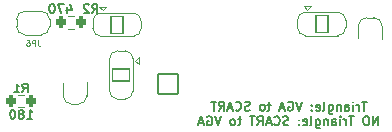
<source format=gbr>
G04 #@! TF.GenerationSoftware,KiCad,Pcbnew,(6.0.6-0)*
G04 #@! TF.CreationDate,2023-02-17T17:31:31-05:00*
G04 #@! TF.ProjectId,VGA2SCART,56474132-5343-4415-9254-2e6b69636164,1*
G04 #@! TF.SameCoordinates,Original*
G04 #@! TF.FileFunction,Legend,Bot*
G04 #@! TF.FilePolarity,Positive*
%FSLAX46Y46*%
G04 Gerber Fmt 4.6, Leading zero omitted, Abs format (unit mm)*
G04 Created by KiCad (PCBNEW (6.0.6-0)) date 2023-02-17 17:31:31*
%MOMM*%
%LPD*%
G01*
G04 APERTURE LIST*
G04 Aperture macros list*
%AMRoundRect*
0 Rectangle with rounded corners*
0 $1 Rounding radius*
0 $2 $3 $4 $5 $6 $7 $8 $9 X,Y pos of 4 corners*
0 Add a 4 corners polygon primitive as box body*
4,1,4,$2,$3,$4,$5,$6,$7,$8,$9,$2,$3,0*
0 Add four circle primitives for the rounded corners*
1,1,$1+$1,$2,$3*
1,1,$1+$1,$4,$5*
1,1,$1+$1,$6,$7*
1,1,$1+$1,$8,$9*
0 Add four rect primitives between the rounded corners*
20,1,$1+$1,$2,$3,$4,$5,0*
20,1,$1+$1,$4,$5,$6,$7,0*
20,1,$1+$1,$6,$7,$8,$9,0*
20,1,$1+$1,$8,$9,$2,$3,0*%
%AMFreePoly0*
4,1,37,0.535921,0.785921,0.550800,0.750000,0.550800,-0.750000,0.535921,-0.785921,0.500000,-0.800800,0.000000,-0.800800,-0.012526,-0.795612,-0.080872,-0.794359,-0.095090,-0.792057,-0.230405,-0.749782,-0.243405,-0.743581,-0.361415,-0.665026,-0.372153,-0.655426,-0.463373,-0.546907,-0.470984,-0.534678,-0.528079,-0.404919,-0.531952,-0.391047,-0.549535,-0.256587,-0.548147,-0.256405,-0.550800,-0.250000,
-0.550800,0.250000,-0.550314,0.251174,-0.550158,0.263925,-0.528347,0.404002,-0.524136,0.417775,-0.463888,0.546100,-0.455980,0.558139,-0.362136,0.664397,-0.351168,0.673732,-0.231273,0.749380,-0.218125,0.755261,-0.081818,0.794218,-0.067547,0.796173,-0.011991,0.795833,0.000000,0.800800,0.500000,0.800800,0.535921,0.785921,0.535921,0.785921,$1*%
%AMFreePoly1*
4,1,37,0.012350,0.795685,0.074215,0.795307,0.088460,0.793178,0.224281,0.752559,0.237356,0.746518,0.356318,0.669411,0.367173,0.659942,0.459711,0.552545,0.467470,0.540411,0.526147,0.411359,0.530190,0.397535,0.550287,0.257202,0.550800,0.250000,0.550800,-0.250000,0.550796,-0.250620,0.550647,-0.262836,0.549947,-0.270644,0.526427,-0.410445,0.522048,-0.424167,0.460236,-0.551746,
0.452182,-0.563686,0.357047,-0.668790,0.345965,-0.677991,0.225155,-0.752168,0.211936,-0.757888,0.075163,-0.795177,0.060870,-0.796957,0.011464,-0.796051,0.000000,-0.800800,-0.500000,-0.800800,-0.535921,-0.785921,-0.550800,-0.750000,-0.550800,0.750000,-0.535921,0.785921,-0.500000,0.800800,0.000000,0.800800,0.012350,0.795685,0.012350,0.795685,$1*%
%AMFreePoly2*
4,1,37,0.585921,0.785921,0.600800,0.750000,0.600800,-0.750000,0.585921,-0.785921,0.550000,-0.800800,0.000000,-0.800800,-0.012526,-0.795612,-0.080872,-0.794359,-0.095090,-0.792057,-0.230405,-0.749782,-0.243405,-0.743581,-0.361415,-0.665026,-0.372153,-0.655426,-0.463373,-0.546907,-0.470984,-0.534678,-0.528079,-0.404919,-0.531952,-0.391047,-0.549535,-0.256587,-0.548147,-0.256405,-0.550800,-0.250000,
-0.550800,0.250000,-0.550314,0.251174,-0.550158,0.263925,-0.528347,0.404002,-0.524136,0.417775,-0.463888,0.546100,-0.455980,0.558139,-0.362136,0.664397,-0.351168,0.673732,-0.231273,0.749380,-0.218125,0.755261,-0.081818,0.794218,-0.067547,0.796173,-0.011991,0.795833,0.000000,0.800800,0.550000,0.800800,0.585921,0.785921,0.585921,0.785921,$1*%
%AMFreePoly3*
4,1,37,0.012350,0.795685,0.074215,0.795307,0.088460,0.793178,0.224281,0.752559,0.237356,0.746518,0.356318,0.669411,0.367173,0.659942,0.459711,0.552545,0.467470,0.540411,0.526147,0.411359,0.530190,0.397535,0.550287,0.257202,0.550800,0.250000,0.550800,-0.250000,0.550796,-0.250620,0.550647,-0.262836,0.549947,-0.270644,0.526427,-0.410445,0.522048,-0.424167,0.460236,-0.551746,
0.452182,-0.563686,0.357047,-0.668790,0.345965,-0.677991,0.225155,-0.752168,0.211936,-0.757888,0.075163,-0.795177,0.060870,-0.796957,0.011464,-0.796051,0.000000,-0.800800,-0.550000,-0.800800,-0.585921,-0.785921,-0.600800,-0.750000,-0.600800,0.750000,-0.585921,0.785921,-0.550000,0.800800,0.000000,0.800800,0.012350,0.795685,0.012350,0.795685,$1*%
G04 Aperture macros list end*
%ADD10C,0.127000*%
%ADD11C,0.100000*%
%ADD12C,0.150000*%
%ADD13C,0.120000*%
%ADD14FreePoly0,0.000000*%
%ADD15FreePoly1,0.000000*%
%ADD16RoundRect,0.050800X-0.850000X-0.850000X0.850000X-0.850000X0.850000X0.850000X-0.850000X0.850000X0*%
%ADD17C,1.801600*%
%ADD18C,4.167600*%
%ADD19RoundRect,0.050800X-1.000000X-1.500000X1.000000X-1.500000X1.000000X1.500000X-1.000000X1.500000X0*%
%ADD20RoundRect,0.250800X-0.200000X-0.275000X0.200000X-0.275000X0.200000X0.275000X-0.200000X0.275000X0*%
%ADD21FreePoly2,0.000000*%
%ADD22RoundRect,0.050800X-0.500000X-0.750000X0.500000X-0.750000X0.500000X0.750000X-0.500000X0.750000X0*%
%ADD23FreePoly3,0.000000*%
%ADD24FreePoly2,270.000000*%
%ADD25RoundRect,0.050800X-0.750000X0.500000X-0.750000X-0.500000X0.750000X-0.500000X0.750000X0.500000X0*%
%ADD26FreePoly3,270.000000*%
%ADD27RoundRect,0.250800X0.200000X0.275000X-0.200000X0.275000X-0.200000X-0.275000X0.200000X-0.275000X0*%
%ADD28FreePoly0,270.000000*%
%ADD29FreePoly1,270.000000*%
%ADD30FreePoly0,90.000000*%
%ADD31FreePoly1,90.000000*%
G04 APERTURE END LIST*
D10*
X129638000Y-100254714D02*
X130073428Y-100254714D01*
X129855714Y-100254714D02*
X129855714Y-99492714D01*
X129928285Y-99601571D01*
X130000857Y-99674142D01*
X130073428Y-99710428D01*
X129202571Y-99819285D02*
X129275142Y-99783000D01*
X129311428Y-99746714D01*
X129347714Y-99674142D01*
X129347714Y-99637857D01*
X129311428Y-99565285D01*
X129275142Y-99529000D01*
X129202571Y-99492714D01*
X129057428Y-99492714D01*
X128984857Y-99529000D01*
X128948571Y-99565285D01*
X128912285Y-99637857D01*
X128912285Y-99674142D01*
X128948571Y-99746714D01*
X128984857Y-99783000D01*
X129057428Y-99819285D01*
X129202571Y-99819285D01*
X129275142Y-99855571D01*
X129311428Y-99891857D01*
X129347714Y-99964428D01*
X129347714Y-100109571D01*
X129311428Y-100182142D01*
X129275142Y-100218428D01*
X129202571Y-100254714D01*
X129057428Y-100254714D01*
X128984857Y-100218428D01*
X128948571Y-100182142D01*
X128912285Y-100109571D01*
X128912285Y-99964428D01*
X128948571Y-99891857D01*
X128984857Y-99855571D01*
X129057428Y-99819285D01*
X128440571Y-99492714D02*
X128368000Y-99492714D01*
X128295428Y-99529000D01*
X128259142Y-99565285D01*
X128222857Y-99637857D01*
X128186571Y-99783000D01*
X128186571Y-99964428D01*
X128222857Y-100109571D01*
X128259142Y-100182142D01*
X128295428Y-100218428D01*
X128368000Y-100254714D01*
X128440571Y-100254714D01*
X128513142Y-100218428D01*
X128549428Y-100182142D01*
X128585714Y-100109571D01*
X128622000Y-99964428D01*
X128622000Y-99783000D01*
X128585714Y-99637857D01*
X128549428Y-99565285D01*
X128513142Y-99529000D01*
X128440571Y-99492714D01*
X133040571Y-90776714D02*
X133040571Y-91284714D01*
X133222000Y-90486428D02*
X133403428Y-91030714D01*
X132931714Y-91030714D01*
X132714000Y-90522714D02*
X132206000Y-90522714D01*
X132532571Y-91284714D01*
X131770571Y-90522714D02*
X131698000Y-90522714D01*
X131625428Y-90559000D01*
X131589142Y-90595285D01*
X131552857Y-90667857D01*
X131516571Y-90813000D01*
X131516571Y-90994428D01*
X131552857Y-91139571D01*
X131589142Y-91212142D01*
X131625428Y-91248428D01*
X131698000Y-91284714D01*
X131770571Y-91284714D01*
X131843142Y-91248428D01*
X131879428Y-91212142D01*
X131915714Y-91139571D01*
X131952000Y-90994428D01*
X131952000Y-90813000D01*
X131915714Y-90667857D01*
X131879428Y-90595285D01*
X131843142Y-90559000D01*
X131770571Y-90522714D01*
X158375857Y-98789304D02*
X157940428Y-98789304D01*
X158158142Y-99551304D02*
X158158142Y-98789304D01*
X157686428Y-99551304D02*
X157686428Y-99043304D01*
X157686428Y-99188447D02*
X157650142Y-99115875D01*
X157613857Y-99079590D01*
X157541285Y-99043304D01*
X157468714Y-99043304D01*
X157214714Y-99551304D02*
X157214714Y-99043304D01*
X157214714Y-98789304D02*
X157251000Y-98825590D01*
X157214714Y-98861875D01*
X157178428Y-98825590D01*
X157214714Y-98789304D01*
X157214714Y-98861875D01*
X156525285Y-99551304D02*
X156525285Y-99152161D01*
X156561571Y-99079590D01*
X156634142Y-99043304D01*
X156779285Y-99043304D01*
X156851857Y-99079590D01*
X156525285Y-99515018D02*
X156597857Y-99551304D01*
X156779285Y-99551304D01*
X156851857Y-99515018D01*
X156888142Y-99442447D01*
X156888142Y-99369875D01*
X156851857Y-99297304D01*
X156779285Y-99261018D01*
X156597857Y-99261018D01*
X156525285Y-99224732D01*
X156162428Y-99043304D02*
X156162428Y-99551304D01*
X156162428Y-99115875D02*
X156126142Y-99079590D01*
X156053571Y-99043304D01*
X155944714Y-99043304D01*
X155872142Y-99079590D01*
X155835857Y-99152161D01*
X155835857Y-99551304D01*
X155146428Y-99043304D02*
X155146428Y-99660161D01*
X155182714Y-99732732D01*
X155219000Y-99769018D01*
X155291571Y-99805304D01*
X155400428Y-99805304D01*
X155473000Y-99769018D01*
X155146428Y-99515018D02*
X155219000Y-99551304D01*
X155364142Y-99551304D01*
X155436714Y-99515018D01*
X155473000Y-99478732D01*
X155509285Y-99406161D01*
X155509285Y-99188447D01*
X155473000Y-99115875D01*
X155436714Y-99079590D01*
X155364142Y-99043304D01*
X155219000Y-99043304D01*
X155146428Y-99079590D01*
X154674714Y-99551304D02*
X154747285Y-99515018D01*
X154783571Y-99442447D01*
X154783571Y-98789304D01*
X154094142Y-99515018D02*
X154166714Y-99551304D01*
X154311857Y-99551304D01*
X154384428Y-99515018D01*
X154420714Y-99442447D01*
X154420714Y-99152161D01*
X154384428Y-99079590D01*
X154311857Y-99043304D01*
X154166714Y-99043304D01*
X154094142Y-99079590D01*
X154057857Y-99152161D01*
X154057857Y-99224732D01*
X154420714Y-99297304D01*
X153731285Y-99478732D02*
X153695000Y-99515018D01*
X153731285Y-99551304D01*
X153767571Y-99515018D01*
X153731285Y-99478732D01*
X153731285Y-99551304D01*
X153731285Y-99079590D02*
X153695000Y-99115875D01*
X153731285Y-99152161D01*
X153767571Y-99115875D01*
X153731285Y-99079590D01*
X153731285Y-99152161D01*
X152896714Y-98789304D02*
X152642714Y-99551304D01*
X152388714Y-98789304D01*
X151735571Y-98825590D02*
X151808142Y-98789304D01*
X151917000Y-98789304D01*
X152025857Y-98825590D01*
X152098428Y-98898161D01*
X152134714Y-98970732D01*
X152171000Y-99115875D01*
X152171000Y-99224732D01*
X152134714Y-99369875D01*
X152098428Y-99442447D01*
X152025857Y-99515018D01*
X151917000Y-99551304D01*
X151844428Y-99551304D01*
X151735571Y-99515018D01*
X151699285Y-99478732D01*
X151699285Y-99224732D01*
X151844428Y-99224732D01*
X151409000Y-99333590D02*
X151046142Y-99333590D01*
X151481571Y-99551304D02*
X151227571Y-98789304D01*
X150973571Y-99551304D01*
X150247857Y-99043304D02*
X149957571Y-99043304D01*
X150139000Y-98789304D02*
X150139000Y-99442447D01*
X150102714Y-99515018D01*
X150030142Y-99551304D01*
X149957571Y-99551304D01*
X149594714Y-99551304D02*
X149667285Y-99515018D01*
X149703571Y-99478732D01*
X149739857Y-99406161D01*
X149739857Y-99188447D01*
X149703571Y-99115875D01*
X149667285Y-99079590D01*
X149594714Y-99043304D01*
X149485857Y-99043304D01*
X149413285Y-99079590D01*
X149377000Y-99115875D01*
X149340714Y-99188447D01*
X149340714Y-99406161D01*
X149377000Y-99478732D01*
X149413285Y-99515018D01*
X149485857Y-99551304D01*
X149594714Y-99551304D01*
X148469857Y-99515018D02*
X148361000Y-99551304D01*
X148179571Y-99551304D01*
X148107000Y-99515018D01*
X148070714Y-99478732D01*
X148034428Y-99406161D01*
X148034428Y-99333590D01*
X148070714Y-99261018D01*
X148107000Y-99224732D01*
X148179571Y-99188447D01*
X148324714Y-99152161D01*
X148397285Y-99115875D01*
X148433571Y-99079590D01*
X148469857Y-99007018D01*
X148469857Y-98934447D01*
X148433571Y-98861875D01*
X148397285Y-98825590D01*
X148324714Y-98789304D01*
X148143285Y-98789304D01*
X148034428Y-98825590D01*
X147272428Y-99478732D02*
X147308714Y-99515018D01*
X147417571Y-99551304D01*
X147490142Y-99551304D01*
X147599000Y-99515018D01*
X147671571Y-99442447D01*
X147707857Y-99369875D01*
X147744142Y-99224732D01*
X147744142Y-99115875D01*
X147707857Y-98970732D01*
X147671571Y-98898161D01*
X147599000Y-98825590D01*
X147490142Y-98789304D01*
X147417571Y-98789304D01*
X147308714Y-98825590D01*
X147272428Y-98861875D01*
X146982142Y-99333590D02*
X146619285Y-99333590D01*
X147054714Y-99551304D02*
X146800714Y-98789304D01*
X146546714Y-99551304D01*
X145857285Y-99551304D02*
X146111285Y-99188447D01*
X146292714Y-99551304D02*
X146292714Y-98789304D01*
X146002428Y-98789304D01*
X145929857Y-98825590D01*
X145893571Y-98861875D01*
X145857285Y-98934447D01*
X145857285Y-99043304D01*
X145893571Y-99115875D01*
X145929857Y-99152161D01*
X146002428Y-99188447D01*
X146292714Y-99188447D01*
X145639571Y-98789304D02*
X145204142Y-98789304D01*
X145421857Y-99551304D02*
X145421857Y-98789304D01*
X159355571Y-100778124D02*
X159355571Y-100016124D01*
X158920142Y-100778124D01*
X158920142Y-100016124D01*
X158412142Y-100016124D02*
X158267000Y-100016124D01*
X158194428Y-100052410D01*
X158121857Y-100124981D01*
X158085571Y-100270124D01*
X158085571Y-100524124D01*
X158121857Y-100669267D01*
X158194428Y-100741838D01*
X158267000Y-100778124D01*
X158412142Y-100778124D01*
X158484714Y-100741838D01*
X158557285Y-100669267D01*
X158593571Y-100524124D01*
X158593571Y-100270124D01*
X158557285Y-100124981D01*
X158484714Y-100052410D01*
X158412142Y-100016124D01*
X157287285Y-100016124D02*
X156851857Y-100016124D01*
X157069571Y-100778124D02*
X157069571Y-100016124D01*
X156597857Y-100778124D02*
X156597857Y-100270124D01*
X156597857Y-100415267D02*
X156561571Y-100342695D01*
X156525285Y-100306410D01*
X156452714Y-100270124D01*
X156380142Y-100270124D01*
X156126142Y-100778124D02*
X156126142Y-100270124D01*
X156126142Y-100016124D02*
X156162428Y-100052410D01*
X156126142Y-100088695D01*
X156089857Y-100052410D01*
X156126142Y-100016124D01*
X156126142Y-100088695D01*
X155436714Y-100778124D02*
X155436714Y-100378981D01*
X155473000Y-100306410D01*
X155545571Y-100270124D01*
X155690714Y-100270124D01*
X155763285Y-100306410D01*
X155436714Y-100741838D02*
X155509285Y-100778124D01*
X155690714Y-100778124D01*
X155763285Y-100741838D01*
X155799571Y-100669267D01*
X155799571Y-100596695D01*
X155763285Y-100524124D01*
X155690714Y-100487838D01*
X155509285Y-100487838D01*
X155436714Y-100451552D01*
X155073857Y-100270124D02*
X155073857Y-100778124D01*
X155073857Y-100342695D02*
X155037571Y-100306410D01*
X154965000Y-100270124D01*
X154856142Y-100270124D01*
X154783571Y-100306410D01*
X154747285Y-100378981D01*
X154747285Y-100778124D01*
X154057857Y-100270124D02*
X154057857Y-100886981D01*
X154094142Y-100959552D01*
X154130428Y-100995838D01*
X154203000Y-101032124D01*
X154311857Y-101032124D01*
X154384428Y-100995838D01*
X154057857Y-100741838D02*
X154130428Y-100778124D01*
X154275571Y-100778124D01*
X154348142Y-100741838D01*
X154384428Y-100705552D01*
X154420714Y-100632981D01*
X154420714Y-100415267D01*
X154384428Y-100342695D01*
X154348142Y-100306410D01*
X154275571Y-100270124D01*
X154130428Y-100270124D01*
X154057857Y-100306410D01*
X153586142Y-100778124D02*
X153658714Y-100741838D01*
X153695000Y-100669267D01*
X153695000Y-100016124D01*
X153005571Y-100741838D02*
X153078142Y-100778124D01*
X153223285Y-100778124D01*
X153295857Y-100741838D01*
X153332142Y-100669267D01*
X153332142Y-100378981D01*
X153295857Y-100306410D01*
X153223285Y-100270124D01*
X153078142Y-100270124D01*
X153005571Y-100306410D01*
X152969285Y-100378981D01*
X152969285Y-100451552D01*
X153332142Y-100524124D01*
X152642714Y-100705552D02*
X152606428Y-100741838D01*
X152642714Y-100778124D01*
X152679000Y-100741838D01*
X152642714Y-100705552D01*
X152642714Y-100778124D01*
X152642714Y-100306410D02*
X152606428Y-100342695D01*
X152642714Y-100378981D01*
X152679000Y-100342695D01*
X152642714Y-100306410D01*
X152642714Y-100378981D01*
X151735571Y-100741838D02*
X151626714Y-100778124D01*
X151445285Y-100778124D01*
X151372714Y-100741838D01*
X151336428Y-100705552D01*
X151300142Y-100632981D01*
X151300142Y-100560410D01*
X151336428Y-100487838D01*
X151372714Y-100451552D01*
X151445285Y-100415267D01*
X151590428Y-100378981D01*
X151663000Y-100342695D01*
X151699285Y-100306410D01*
X151735571Y-100233838D01*
X151735571Y-100161267D01*
X151699285Y-100088695D01*
X151663000Y-100052410D01*
X151590428Y-100016124D01*
X151409000Y-100016124D01*
X151300142Y-100052410D01*
X150538142Y-100705552D02*
X150574428Y-100741838D01*
X150683285Y-100778124D01*
X150755857Y-100778124D01*
X150864714Y-100741838D01*
X150937285Y-100669267D01*
X150973571Y-100596695D01*
X151009857Y-100451552D01*
X151009857Y-100342695D01*
X150973571Y-100197552D01*
X150937285Y-100124981D01*
X150864714Y-100052410D01*
X150755857Y-100016124D01*
X150683285Y-100016124D01*
X150574428Y-100052410D01*
X150538142Y-100088695D01*
X150247857Y-100560410D02*
X149885000Y-100560410D01*
X150320428Y-100778124D02*
X150066428Y-100016124D01*
X149812428Y-100778124D01*
X149123000Y-100778124D02*
X149377000Y-100415267D01*
X149558428Y-100778124D02*
X149558428Y-100016124D01*
X149268142Y-100016124D01*
X149195571Y-100052410D01*
X149159285Y-100088695D01*
X149123000Y-100161267D01*
X149123000Y-100270124D01*
X149159285Y-100342695D01*
X149195571Y-100378981D01*
X149268142Y-100415267D01*
X149558428Y-100415267D01*
X148905285Y-100016124D02*
X148469857Y-100016124D01*
X148687571Y-100778124D02*
X148687571Y-100016124D01*
X147744142Y-100270124D02*
X147453857Y-100270124D01*
X147635285Y-100016124D02*
X147635285Y-100669267D01*
X147599000Y-100741838D01*
X147526428Y-100778124D01*
X147453857Y-100778124D01*
X147091000Y-100778124D02*
X147163571Y-100741838D01*
X147199857Y-100705552D01*
X147236142Y-100632981D01*
X147236142Y-100415267D01*
X147199857Y-100342695D01*
X147163571Y-100306410D01*
X147091000Y-100270124D01*
X146982142Y-100270124D01*
X146909571Y-100306410D01*
X146873285Y-100342695D01*
X146837000Y-100415267D01*
X146837000Y-100632981D01*
X146873285Y-100705552D01*
X146909571Y-100741838D01*
X146982142Y-100778124D01*
X147091000Y-100778124D01*
X146038714Y-100016124D02*
X145784714Y-100778124D01*
X145530714Y-100016124D01*
X144877571Y-100052410D02*
X144950142Y-100016124D01*
X145059000Y-100016124D01*
X145167857Y-100052410D01*
X145240428Y-100124981D01*
X145276714Y-100197552D01*
X145313000Y-100342695D01*
X145313000Y-100451552D01*
X145276714Y-100596695D01*
X145240428Y-100669267D01*
X145167857Y-100741838D01*
X145059000Y-100778124D01*
X144986428Y-100778124D01*
X144877571Y-100741838D01*
X144841285Y-100705552D01*
X144841285Y-100451552D01*
X144986428Y-100451552D01*
X144551000Y-100560410D02*
X144188142Y-100560410D01*
X144623571Y-100778124D02*
X144369571Y-100016124D01*
X144115571Y-100778124D01*
D11*
X130566666Y-93586190D02*
X130566666Y-93943333D01*
X130590476Y-94014761D01*
X130638095Y-94062380D01*
X130709523Y-94086190D01*
X130757142Y-94086190D01*
X130328571Y-94086190D02*
X130328571Y-93586190D01*
X130138095Y-93586190D01*
X130090476Y-93610000D01*
X130066666Y-93633809D01*
X130042857Y-93681428D01*
X130042857Y-93752857D01*
X130066666Y-93800476D01*
X130090476Y-93824285D01*
X130138095Y-93848095D01*
X130328571Y-93848095D01*
X129614285Y-93586190D02*
X129709523Y-93586190D01*
X129757142Y-93610000D01*
X129780952Y-93633809D01*
X129828571Y-93705238D01*
X129852380Y-93800476D01*
X129852380Y-93990952D01*
X129828571Y-94038571D01*
X129804761Y-94062380D01*
X129757142Y-94086190D01*
X129661904Y-94086190D01*
X129614285Y-94062380D01*
X129590476Y-94038571D01*
X129566666Y-93990952D01*
X129566666Y-93871904D01*
X129590476Y-93824285D01*
X129614285Y-93800476D01*
X129661904Y-93776666D01*
X129757142Y-93776666D01*
X129804761Y-93800476D01*
X129828571Y-93824285D01*
X129852380Y-93871904D01*
D12*
X129235000Y-98009285D02*
X129485000Y-97652142D01*
X129663571Y-98009285D02*
X129663571Y-97259285D01*
X129377857Y-97259285D01*
X129306428Y-97295000D01*
X129270714Y-97330714D01*
X129235000Y-97402142D01*
X129235000Y-97509285D01*
X129270714Y-97580714D01*
X129306428Y-97616428D01*
X129377857Y-97652142D01*
X129663571Y-97652142D01*
X128520714Y-98009285D02*
X128949285Y-98009285D01*
X128735000Y-98009285D02*
X128735000Y-97259285D01*
X128806428Y-97366428D01*
X128877857Y-97437857D01*
X128949285Y-97473571D01*
X135135000Y-91269285D02*
X135385000Y-90912142D01*
X135563571Y-91269285D02*
X135563571Y-90519285D01*
X135277857Y-90519285D01*
X135206428Y-90555000D01*
X135170714Y-90590714D01*
X135135000Y-90662142D01*
X135135000Y-90769285D01*
X135170714Y-90840714D01*
X135206428Y-90876428D01*
X135277857Y-90912142D01*
X135563571Y-90912142D01*
X134849285Y-90590714D02*
X134813571Y-90555000D01*
X134742142Y-90519285D01*
X134563571Y-90519285D01*
X134492142Y-90555000D01*
X134456428Y-90590714D01*
X134420714Y-90662142D01*
X134420714Y-90733571D01*
X134456428Y-90840714D01*
X134885000Y-91269285D01*
X134420714Y-91269285D01*
D13*
X129430000Y-93130000D02*
X130830000Y-93130000D01*
X130830000Y-91130000D02*
X129430000Y-91130000D01*
X131530000Y-92430000D02*
X131530000Y-91830000D01*
X128730000Y-91830000D02*
X128730000Y-92430000D01*
X130830000Y-93130000D02*
G75*
G03*
X131530000Y-92430000I0J700000D01*
G01*
X128730000Y-92430000D02*
G75*
G03*
X129430000Y-93130000I699999J-1D01*
G01*
X129430000Y-91130000D02*
G75*
G03*
X128730000Y-91830000I-1J-699999D01*
G01*
X131530000Y-91830000D02*
G75*
G03*
X130830000Y-91130000I-700000J0D01*
G01*
X128887742Y-98227500D02*
X129362258Y-98227500D01*
X128887742Y-99272500D02*
X129362258Y-99272500D01*
X135840000Y-93270000D02*
X138640000Y-93270000D01*
X136040000Y-91070000D02*
X136340000Y-90770000D01*
X135740000Y-90770000D02*
X136340000Y-90770000D01*
X135190000Y-91970000D02*
X135190000Y-92570000D01*
X138640000Y-91270000D02*
X135840000Y-91270000D01*
X139290000Y-92570000D02*
X139290000Y-91970000D01*
X136040000Y-91070000D02*
X135740000Y-90770000D01*
X139290000Y-91970000D02*
G75*
G03*
X138590000Y-91270000I-700000J0D01*
G01*
X135190000Y-92570000D02*
G75*
G03*
X135890000Y-93270000I699999J-1D01*
G01*
X135890000Y-91270000D02*
G75*
G03*
X135190000Y-91970000I-1J-699999D01*
G01*
X138590000Y-93270000D02*
G75*
G03*
X139290000Y-92570000I0J700000D01*
G01*
X137900000Y-94480000D02*
X137300000Y-94480000D01*
X138800000Y-95330000D02*
X139100000Y-95630000D01*
X139100000Y-95030000D02*
X139100000Y-95630000D01*
X138800000Y-95330000D02*
X139100000Y-95030000D01*
X137300000Y-98580000D02*
X137900000Y-98580000D01*
X136600000Y-95130000D02*
X136600000Y-97930000D01*
X138600000Y-97930000D02*
X138600000Y-95130000D01*
X136600000Y-97880000D02*
G75*
G03*
X137300000Y-98580000I700000J0D01*
G01*
X137300000Y-94480000D02*
G75*
G03*
X136600000Y-95180000I-1J-699999D01*
G01*
X137900000Y-98580000D02*
G75*
G03*
X138600000Y-97880000I0J700000D01*
G01*
X138600000Y-95180000D02*
G75*
G03*
X137900000Y-94480000I-699999J1D01*
G01*
X153160000Y-93210000D02*
X155960000Y-93210000D01*
X153360000Y-91010000D02*
X153660000Y-90710000D01*
X153360000Y-91010000D02*
X153060000Y-90710000D01*
X152510000Y-91910000D02*
X152510000Y-92510000D01*
X153060000Y-90710000D02*
X153660000Y-90710000D01*
X156610000Y-92510000D02*
X156610000Y-91910000D01*
X155960000Y-91210000D02*
X153160000Y-91210000D01*
X152510000Y-92510000D02*
G75*
G03*
X153210000Y-93210000I699999J-1D01*
G01*
X155910000Y-93210000D02*
G75*
G03*
X156610000Y-92510000I0J700000D01*
G01*
X153210000Y-91210000D02*
G75*
G03*
X152510000Y-91910000I-1J-699999D01*
G01*
X156610000Y-91910000D02*
G75*
G03*
X155910000Y-91210000I-700000J0D01*
G01*
X133597258Y-91557500D02*
X133122742Y-91557500D01*
X133597258Y-92602500D02*
X133122742Y-92602500D01*
X134675000Y-98300000D02*
X134675000Y-96900000D01*
X133975000Y-96200000D02*
X133375000Y-96200000D01*
X132675000Y-96900000D02*
X132675000Y-98300000D01*
X133375000Y-99000000D02*
X133975000Y-99000000D01*
X133975000Y-99000000D02*
G75*
G03*
X134675000Y-98300000I0J700000D01*
G01*
X133375000Y-96200000D02*
G75*
G03*
X132675000Y-96900000I-1J-699999D01*
G01*
X134675000Y-96900000D02*
G75*
G03*
X133975000Y-96200000I-699999J1D01*
G01*
X132675000Y-98300000D02*
G75*
G03*
X133375000Y-99000000I700000J0D01*
G01*
X158975000Y-91675000D02*
X158375000Y-91675000D01*
X159675000Y-93775000D02*
X159675000Y-92375000D01*
X157675000Y-92375000D02*
X157675000Y-93775000D01*
X158375000Y-94475000D02*
X158975000Y-94475000D01*
X158975000Y-94475000D02*
G75*
G03*
X159675000Y-93775000I1J699999D01*
G01*
X159675000Y-92375000D02*
G75*
G03*
X158975000Y-91675000I-700000J0D01*
G01*
X157675000Y-93775000D02*
G75*
G03*
X158375000Y-94475000I699999J-1D01*
G01*
X158375000Y-91675000D02*
G75*
G03*
X157675000Y-92375000I0J-700000D01*
G01*
%LPC*%
D14*
X129480000Y-92130000D03*
D15*
X130780000Y-92130000D03*
D16*
X141585000Y-97310000D03*
D17*
X143875000Y-97310000D03*
X146165000Y-97310000D03*
X148455000Y-97310000D03*
X150745000Y-97310000D03*
X140440000Y-95330000D03*
X142730000Y-95330000D03*
X145020000Y-95330000D03*
X147310000Y-95330000D03*
X149600000Y-95330000D03*
X141585000Y-93350000D03*
X143875000Y-93350000D03*
X146165000Y-93350000D03*
X148455000Y-93350000D03*
X150745000Y-93350000D03*
D18*
X158660000Y-95330000D03*
X133670000Y-95330000D03*
D19*
X156761146Y-103033895D03*
X152961146Y-103033895D03*
X149161146Y-103033895D03*
X130161146Y-103033895D03*
X126361146Y-103033895D03*
X122561146Y-103033895D03*
D20*
X128300000Y-98750000D03*
X129950000Y-98750000D03*
D21*
X135940000Y-92270000D03*
D22*
X137240000Y-92270000D03*
D23*
X138540000Y-92270000D03*
D24*
X137600000Y-95230000D03*
D25*
X137600000Y-96530000D03*
D26*
X137600000Y-97830000D03*
D21*
X153260000Y-92210000D03*
D22*
X154560000Y-92210000D03*
D23*
X155860000Y-92210000D03*
D27*
X134185000Y-92080000D03*
X132535000Y-92080000D03*
D28*
X133675000Y-96950000D03*
D29*
X133675000Y-98250000D03*
D30*
X158675000Y-93725000D03*
D31*
X158675000Y-92425000D03*
M02*

</source>
